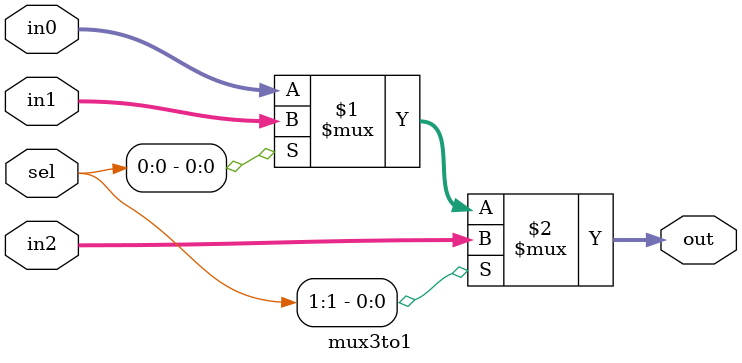
<source format=v>
module mux2to1 (
    input sel,
    input [31:0] in0,
    input [31:0] in1,
    output [31:0] out
);
assign out = (sel) ? in1 : in0;
endmodule

module mux3to1 (
    input [1:0]sel,
    input [31:0] in0,
    input [31:0] in1,
    input [31:0] in2,
    output [31:0] out
);
assign out = (sel[1]) ? in2 : (sel[0]) ? in1 : in0;
endmodule
</source>
